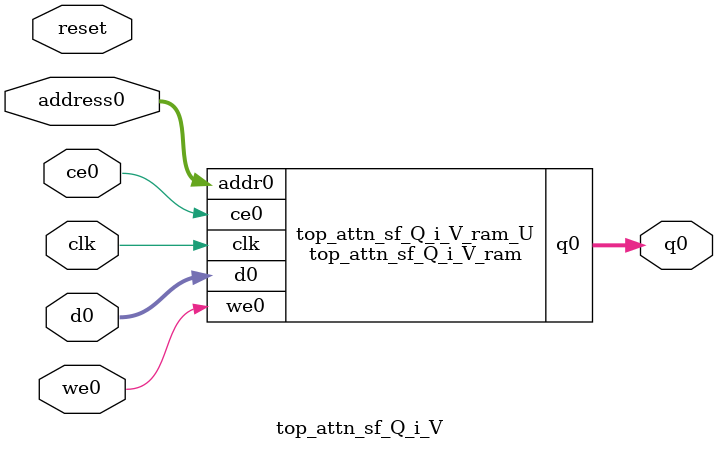
<source format=v>
`timescale 1 ns / 1 ps
module top_attn_sf_Q_i_V_ram (addr0, ce0, d0, we0, q0,  clk);

parameter DWIDTH = 24;
parameter AWIDTH = 10;
parameter MEM_SIZE = 768;

input[AWIDTH-1:0] addr0;
input ce0;
input[DWIDTH-1:0] d0;
input we0;
output reg[DWIDTH-1:0] q0;
input clk;

(* ram_style = "block" *)reg [DWIDTH-1:0] ram[0:MEM_SIZE-1];




always @(posedge clk)  
begin 
    if (ce0) begin
        if (we0) 
            ram[addr0] <= d0; 
        q0 <= ram[addr0];
    end
end


endmodule

`timescale 1 ns / 1 ps
module top_attn_sf_Q_i_V(
    reset,
    clk,
    address0,
    ce0,
    we0,
    d0,
    q0);

parameter DataWidth = 32'd24;
parameter AddressRange = 32'd768;
parameter AddressWidth = 32'd10;
input reset;
input clk;
input[AddressWidth - 1:0] address0;
input ce0;
input we0;
input[DataWidth - 1:0] d0;
output[DataWidth - 1:0] q0;



top_attn_sf_Q_i_V_ram top_attn_sf_Q_i_V_ram_U(
    .clk( clk ),
    .addr0( address0 ),
    .ce0( ce0 ),
    .we0( we0 ),
    .d0( d0 ),
    .q0( q0 ));

endmodule


</source>
